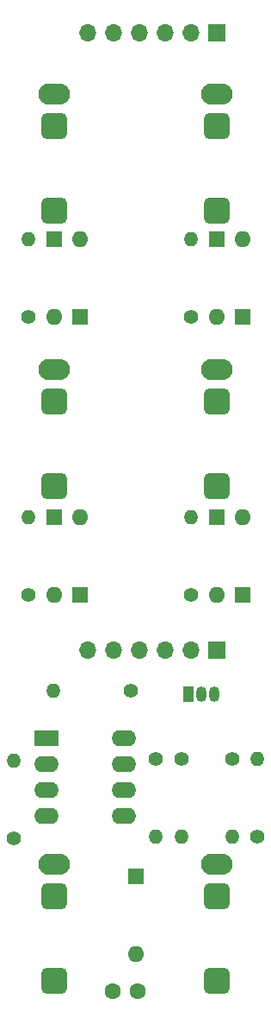
<source format=gts>
%TF.GenerationSoftware,KiCad,Pcbnew,(6.0.1)*%
%TF.CreationDate,2022-10-24T18:55:49-04:00*%
%TF.ProjectId,ER-MIDI-VC4-01_CTLS,45522d4d-4944-4492-9d56-43342d30315f,1*%
%TF.SameCoordinates,Original*%
%TF.FileFunction,Soldermask,Top*%
%TF.FilePolarity,Negative*%
%FSLAX46Y46*%
G04 Gerber Fmt 4.6, Leading zero omitted, Abs format (unit mm)*
G04 Created by KiCad (PCBNEW (6.0.1)) date 2022-10-24 18:55:49*
%MOMM*%
%LPD*%
G01*
G04 APERTURE LIST*
G04 Aperture macros list*
%AMRoundRect*
0 Rectangle with rounded corners*
0 $1 Rounding radius*
0 $2 $3 $4 $5 $6 $7 $8 $9 X,Y pos of 4 corners*
0 Add a 4 corners polygon primitive as box body*
4,1,4,$2,$3,$4,$5,$6,$7,$8,$9,$2,$3,0*
0 Add four circle primitives for the rounded corners*
1,1,$1+$1,$2,$3*
1,1,$1+$1,$4,$5*
1,1,$1+$1,$6,$7*
1,1,$1+$1,$8,$9*
0 Add four rect primitives between the rounded corners*
20,1,$1+$1,$2,$3,$4,$5,0*
20,1,$1+$1,$4,$5,$6,$7,0*
20,1,$1+$1,$6,$7,$8,$9,0*
20,1,$1+$1,$8,$9,$2,$3,0*%
G04 Aperture macros list end*
%ADD10R,1.600000X1.600000*%
%ADD11O,1.600000X1.600000*%
%ADD12C,1.400000*%
%ADD13O,1.400000X1.400000*%
%ADD14C,1.600000*%
%ADD15RoundRect,0.650000X0.650000X0.650000X-0.650000X0.650000X-0.650000X-0.650000X0.650000X-0.650000X0*%
%ADD16O,3.100000X2.100000*%
%ADD17R,2.400000X1.600000*%
%ADD18O,2.400000X1.600000*%
%ADD19R,1.050000X1.500000*%
%ADD20O,1.050000X1.500000*%
%ADD21R,1.700000X1.700000*%
%ADD22O,1.700000X1.700000*%
G04 APERTURE END LIST*
D10*
%TO.C,D8*%
X89500000Y-90620000D03*
D11*
X89500000Y-83000000D03*
%TD*%
D10*
%TO.C,D2*%
X73500000Y-63310000D03*
D11*
X73500000Y-55690000D03*
%TD*%
D12*
%TO.C,R2*%
X84500000Y-63310000D03*
D13*
X84500000Y-55690000D03*
%TD*%
D14*
%TO.C,C8*%
X76750000Y-129500000D03*
X79250000Y-129500000D03*
%TD*%
D12*
%TO.C,R4*%
X84500000Y-90620000D03*
D13*
X84500000Y-83000000D03*
%TD*%
D12*
%TO.C,R13*%
X67000000Y-114500000D03*
D13*
X67000000Y-106880000D03*
%TD*%
D15*
%TO.C,J3*%
X87000000Y-71620000D03*
D16*
X87000000Y-68520000D03*
D15*
X87000000Y-79920000D03*
%TD*%
D17*
%TO.C,U5*%
X70200000Y-104700000D03*
D18*
X70200000Y-107240000D03*
X70200000Y-109780000D03*
X70200000Y-112320000D03*
X77820000Y-112320000D03*
X77820000Y-109780000D03*
X77820000Y-107240000D03*
X77820000Y-104700000D03*
%TD*%
D15*
%TO.C,J5*%
X87000000Y-44620000D03*
D16*
X87000000Y-41520000D03*
D15*
X87000000Y-52920000D03*
%TD*%
D10*
%TO.C,D3*%
X87000000Y-55690000D03*
D11*
X87000000Y-63310000D03*
%TD*%
D10*
%TO.C,D9*%
X79000000Y-118190000D03*
D11*
X79000000Y-125810000D03*
%TD*%
D12*
%TO.C,R1*%
X68500000Y-63310000D03*
D13*
X68500000Y-55690000D03*
%TD*%
D10*
%TO.C,D1*%
X71000000Y-55690000D03*
D11*
X71000000Y-63310000D03*
%TD*%
D10*
%TO.C,D7*%
X87000000Y-83000000D03*
D11*
X87000000Y-90620000D03*
%TD*%
D10*
%TO.C,D6*%
X73500000Y-90620000D03*
D11*
X73500000Y-83000000D03*
%TD*%
D15*
%TO.C,J6*%
X87000000Y-120120000D03*
D16*
X87000000Y-117020000D03*
D15*
X87000000Y-128420000D03*
%TD*%
D12*
%TO.C,R3*%
X68500000Y-90620000D03*
D13*
X68500000Y-83000000D03*
%TD*%
D10*
%TO.C,D4*%
X89500000Y-63310000D03*
D11*
X89500000Y-55690000D03*
%TD*%
D12*
%TO.C,R16*%
X88500000Y-106690000D03*
D13*
X88500000Y-114310000D03*
%TD*%
D19*
%TO.C,Q1*%
X84230000Y-100360000D03*
D20*
X85500000Y-100360000D03*
X86770000Y-100360000D03*
%TD*%
D10*
%TO.C,D5*%
X71000000Y-83000000D03*
D11*
X71000000Y-90620000D03*
%TD*%
D12*
%TO.C,R14*%
X78500000Y-100000000D03*
D13*
X70880000Y-100000000D03*
%TD*%
D15*
%TO.C,J4*%
X71000000Y-120120000D03*
D16*
X71000000Y-117020000D03*
D15*
X71000000Y-128420000D03*
%TD*%
D12*
%TO.C,R15*%
X91000000Y-114310000D03*
D13*
X91000000Y-106690000D03*
%TD*%
D15*
%TO.C,J2*%
X71000000Y-71620000D03*
D16*
X71000000Y-68520000D03*
D15*
X71000000Y-79920000D03*
%TD*%
D12*
%TO.C,R18*%
X81000000Y-106690000D03*
D13*
X81000000Y-114310000D03*
%TD*%
D15*
%TO.C,J7*%
X71000000Y-44620000D03*
D16*
X71000000Y-41520000D03*
D15*
X71000000Y-52920000D03*
%TD*%
D12*
%TO.C,R17*%
X83500000Y-106690000D03*
D13*
X83500000Y-114310000D03*
%TD*%
D21*
%TO.C,J10*%
X87000000Y-35500000D03*
D22*
X84460000Y-35500000D03*
X81920000Y-35500000D03*
X79380000Y-35500000D03*
X76840000Y-35500000D03*
X74300000Y-35500000D03*
%TD*%
D21*
%TO.C,J9*%
X87000000Y-96000000D03*
D22*
X84460000Y-96000000D03*
X81920000Y-96000000D03*
X79380000Y-96000000D03*
X76840000Y-96000000D03*
X74300000Y-96000000D03*
%TD*%
M02*

</source>
